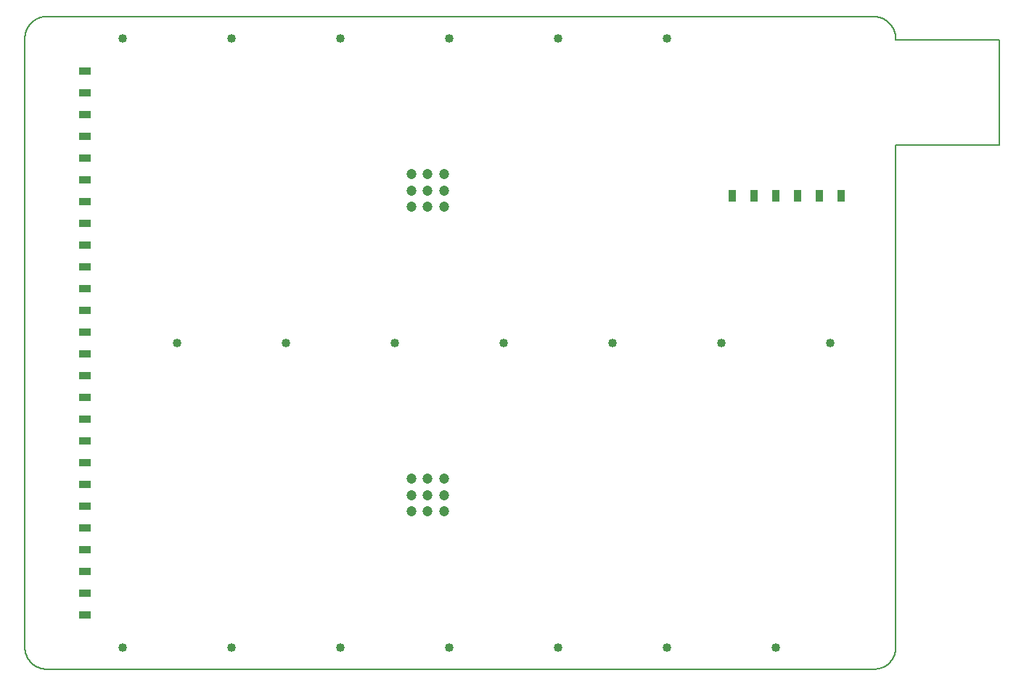
<source format=gts>
G75*
%MOIN*%
%OFA0B0*%
%FSLAX25Y25*%
%IPPOS*%
%LPD*%
%AMOC8*
5,1,8,0,0,1.08239X$1,22.5*
%
%ADD10C,0.00500*%
%ADD11R,0.03300X0.05800*%
%ADD12R,0.05800X0.03300*%
%ADD13C,0.03981*%
%ADD14C,0.04737*%
D10*
X0015000Y0005000D02*
X0395000Y0005000D01*
X0395242Y0005003D01*
X0395483Y0005012D01*
X0395724Y0005026D01*
X0395965Y0005047D01*
X0396205Y0005073D01*
X0396445Y0005105D01*
X0396684Y0005143D01*
X0396921Y0005186D01*
X0397158Y0005236D01*
X0397393Y0005291D01*
X0397627Y0005351D01*
X0397859Y0005418D01*
X0398090Y0005489D01*
X0398319Y0005567D01*
X0398546Y0005650D01*
X0398771Y0005738D01*
X0398994Y0005832D01*
X0399214Y0005931D01*
X0399432Y0006036D01*
X0399647Y0006145D01*
X0399860Y0006260D01*
X0400070Y0006380D01*
X0400276Y0006505D01*
X0400480Y0006635D01*
X0400681Y0006770D01*
X0400878Y0006910D01*
X0401072Y0007054D01*
X0401262Y0007203D01*
X0401448Y0007357D01*
X0401631Y0007515D01*
X0401810Y0007677D01*
X0401985Y0007844D01*
X0402156Y0008015D01*
X0402323Y0008190D01*
X0402485Y0008369D01*
X0402643Y0008552D01*
X0402797Y0008738D01*
X0402946Y0008928D01*
X0403090Y0009122D01*
X0403230Y0009319D01*
X0403365Y0009520D01*
X0403495Y0009724D01*
X0403620Y0009930D01*
X0403740Y0010140D01*
X0403855Y0010353D01*
X0403964Y0010568D01*
X0404069Y0010786D01*
X0404168Y0011006D01*
X0404262Y0011229D01*
X0404350Y0011454D01*
X0404433Y0011681D01*
X0404511Y0011910D01*
X0404582Y0012141D01*
X0404649Y0012373D01*
X0404709Y0012607D01*
X0404764Y0012842D01*
X0404814Y0013079D01*
X0404857Y0013316D01*
X0404895Y0013555D01*
X0404927Y0013795D01*
X0404953Y0014035D01*
X0404974Y0014276D01*
X0404988Y0014517D01*
X0404997Y0014758D01*
X0405000Y0015000D01*
X0405000Y0245787D01*
X0452500Y0245787D01*
X0452500Y0294213D01*
X0405000Y0294213D01*
X0405000Y0294212D02*
X0405006Y0294464D01*
X0405006Y0294715D01*
X0405001Y0294966D01*
X0404989Y0295217D01*
X0404971Y0295468D01*
X0404947Y0295718D01*
X0404917Y0295968D01*
X0404882Y0296217D01*
X0404840Y0296464D01*
X0404792Y0296711D01*
X0404738Y0296957D01*
X0404678Y0297201D01*
X0404613Y0297443D01*
X0404541Y0297684D01*
X0404464Y0297923D01*
X0404381Y0298161D01*
X0404292Y0298396D01*
X0404198Y0298629D01*
X0404098Y0298859D01*
X0403992Y0299088D01*
X0403881Y0299313D01*
X0403765Y0299536D01*
X0403643Y0299756D01*
X0403516Y0299972D01*
X0403383Y0300186D01*
X0403246Y0300397D01*
X0403104Y0300604D01*
X0402956Y0300807D01*
X0402804Y0301007D01*
X0402647Y0301204D01*
X0402485Y0301396D01*
X0402319Y0301584D01*
X0402148Y0301769D01*
X0401972Y0301949D01*
X0401793Y0302125D01*
X0401609Y0302296D01*
X0401421Y0302463D01*
X0401229Y0302625D01*
X0401034Y0302783D01*
X0400834Y0302936D01*
X0400631Y0303084D01*
X0400424Y0303227D01*
X0400214Y0303365D01*
X0400001Y0303498D01*
X0399785Y0303626D01*
X0399565Y0303749D01*
X0399343Y0303866D01*
X0399118Y0303977D01*
X0398890Y0304084D01*
X0398660Y0304185D01*
X0398427Y0304280D01*
X0398192Y0304369D01*
X0397955Y0304453D01*
X0397716Y0304531D01*
X0397476Y0304603D01*
X0397233Y0304670D01*
X0396989Y0304730D01*
X0396744Y0304785D01*
X0396497Y0304834D01*
X0396250Y0304876D01*
X0396001Y0304913D01*
X0395752Y0304944D01*
X0395501Y0304968D01*
X0395251Y0304987D01*
X0395000Y0305000D01*
X0015000Y0305000D01*
X0014758Y0304997D01*
X0014517Y0304988D01*
X0014276Y0304974D01*
X0014035Y0304953D01*
X0013795Y0304927D01*
X0013555Y0304895D01*
X0013316Y0304857D01*
X0013079Y0304814D01*
X0012842Y0304764D01*
X0012607Y0304709D01*
X0012373Y0304649D01*
X0012141Y0304582D01*
X0011910Y0304511D01*
X0011681Y0304433D01*
X0011454Y0304350D01*
X0011229Y0304262D01*
X0011006Y0304168D01*
X0010786Y0304069D01*
X0010568Y0303964D01*
X0010353Y0303855D01*
X0010140Y0303740D01*
X0009930Y0303620D01*
X0009724Y0303495D01*
X0009520Y0303365D01*
X0009319Y0303230D01*
X0009122Y0303090D01*
X0008928Y0302946D01*
X0008738Y0302797D01*
X0008552Y0302643D01*
X0008369Y0302485D01*
X0008190Y0302323D01*
X0008015Y0302156D01*
X0007844Y0301985D01*
X0007677Y0301810D01*
X0007515Y0301631D01*
X0007357Y0301448D01*
X0007203Y0301262D01*
X0007054Y0301072D01*
X0006910Y0300878D01*
X0006770Y0300681D01*
X0006635Y0300480D01*
X0006505Y0300276D01*
X0006380Y0300070D01*
X0006260Y0299860D01*
X0006145Y0299647D01*
X0006036Y0299432D01*
X0005931Y0299214D01*
X0005832Y0298994D01*
X0005738Y0298771D01*
X0005650Y0298546D01*
X0005567Y0298319D01*
X0005489Y0298090D01*
X0005418Y0297859D01*
X0005351Y0297627D01*
X0005291Y0297393D01*
X0005236Y0297158D01*
X0005186Y0296921D01*
X0005143Y0296684D01*
X0005105Y0296445D01*
X0005073Y0296205D01*
X0005047Y0295965D01*
X0005026Y0295724D01*
X0005012Y0295483D01*
X0005003Y0295242D01*
X0005000Y0295000D01*
X0005000Y0015000D01*
X0005003Y0014758D01*
X0005012Y0014517D01*
X0005026Y0014276D01*
X0005047Y0014035D01*
X0005073Y0013795D01*
X0005105Y0013555D01*
X0005143Y0013316D01*
X0005186Y0013079D01*
X0005236Y0012842D01*
X0005291Y0012607D01*
X0005351Y0012373D01*
X0005418Y0012141D01*
X0005489Y0011910D01*
X0005567Y0011681D01*
X0005650Y0011454D01*
X0005738Y0011229D01*
X0005832Y0011006D01*
X0005931Y0010786D01*
X0006036Y0010568D01*
X0006145Y0010353D01*
X0006260Y0010140D01*
X0006380Y0009930D01*
X0006505Y0009724D01*
X0006635Y0009520D01*
X0006770Y0009319D01*
X0006910Y0009122D01*
X0007054Y0008928D01*
X0007203Y0008738D01*
X0007357Y0008552D01*
X0007515Y0008369D01*
X0007677Y0008190D01*
X0007844Y0008015D01*
X0008015Y0007844D01*
X0008190Y0007677D01*
X0008369Y0007515D01*
X0008552Y0007357D01*
X0008738Y0007203D01*
X0008928Y0007054D01*
X0009122Y0006910D01*
X0009319Y0006770D01*
X0009520Y0006635D01*
X0009724Y0006505D01*
X0009930Y0006380D01*
X0010140Y0006260D01*
X0010353Y0006145D01*
X0010568Y0006036D01*
X0010786Y0005931D01*
X0011006Y0005832D01*
X0011229Y0005738D01*
X0011454Y0005650D01*
X0011681Y0005567D01*
X0011910Y0005489D01*
X0012141Y0005418D01*
X0012373Y0005351D01*
X0012607Y0005291D01*
X0012842Y0005236D01*
X0013079Y0005186D01*
X0013316Y0005143D01*
X0013555Y0005105D01*
X0013795Y0005073D01*
X0014035Y0005047D01*
X0014276Y0005026D01*
X0014517Y0005012D01*
X0014758Y0005003D01*
X0015000Y0005000D01*
D11*
X0330000Y0222500D03*
X0340000Y0222500D03*
X0350000Y0222500D03*
X0360000Y0222500D03*
X0370000Y0222500D03*
X0380000Y0222500D03*
D12*
X0032500Y0220000D03*
X0032500Y0210000D03*
X0032500Y0200000D03*
X0032500Y0190000D03*
X0032500Y0180000D03*
X0032500Y0170000D03*
X0032500Y0160000D03*
X0032500Y0150000D03*
X0032500Y0140000D03*
X0032500Y0130000D03*
X0032500Y0120000D03*
X0032500Y0110000D03*
X0032500Y0100000D03*
X0032500Y0090000D03*
X0032500Y0080000D03*
X0032500Y0070000D03*
X0032500Y0060000D03*
X0032500Y0050000D03*
X0032500Y0040000D03*
X0032500Y0030000D03*
X0032500Y0230000D03*
X0032500Y0240000D03*
X0032500Y0250000D03*
X0032500Y0260000D03*
X0032500Y0270000D03*
X0032500Y0280000D03*
D13*
X0050000Y0295000D03*
X0100000Y0295000D03*
X0150000Y0295000D03*
X0200000Y0295000D03*
X0250000Y0295000D03*
X0300000Y0295000D03*
X0275000Y0155000D03*
X0225000Y0155000D03*
X0175000Y0155000D03*
X0125000Y0155000D03*
X0075000Y0155000D03*
X0050000Y0015000D03*
X0100000Y0015000D03*
X0150000Y0015000D03*
X0200000Y0015000D03*
X0250000Y0015000D03*
X0300000Y0015000D03*
X0350000Y0015000D03*
X0325000Y0155000D03*
X0375000Y0155000D03*
D14*
X0197500Y0092500D03*
X0190000Y0092500D03*
X0182500Y0092500D03*
X0182500Y0085000D03*
X0190000Y0085000D03*
X0190000Y0077500D03*
X0182500Y0077500D03*
X0197500Y0077500D03*
X0197500Y0085000D03*
X0197500Y0217500D03*
X0197500Y0225000D03*
X0197500Y0232500D03*
X0190000Y0232500D03*
X0182500Y0232500D03*
X0182500Y0225000D03*
X0190000Y0225000D03*
X0190000Y0217500D03*
X0182500Y0217500D03*
M02*

</source>
